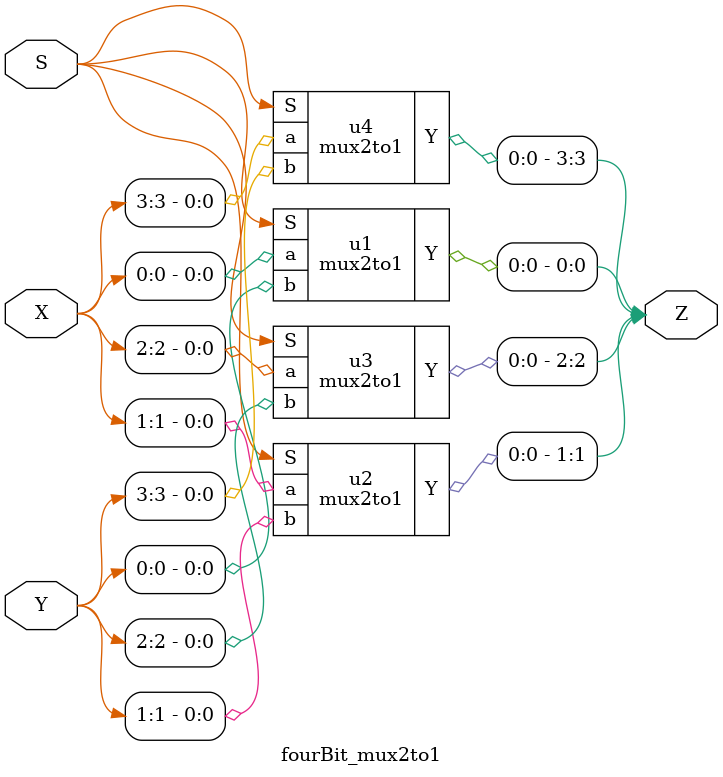
<source format=v>
`timescale 1ns / 1ps
`default_nettype none

module main	(
	input wire CLOCK_50,            //On Board 50 MHz
	input wire [9:0] SW,            // On board Switches
	input wire [3:0] KEY,           // On board push buttons
	output wire [6:0] HEX0,         // HEX displays
	output wire [6:0] HEX1,
	output wire [6:0] HEX2,
	output wire [6:0] HEX3,
	output wire [6:0] HEX4,
	output wire [6:0] HEX5,
	output wire [9:0] LEDR,         // LEDs
	output wire [7:0] x,            // VGA pixel coordinates
	output wire [6:0] y,
	output wire [2:0] colour,       // VGA pixel colour (0-7)
	output wire plot,               // Pixel drawn when this is pulsed
	output wire vga_resetn      	// VGA resets to black when this is pulsed (NOT CURRENTLY AVAILABLE)
);
	fourBit_mux2to1 u0(.X(SW[3:0]), .Y(SW[7:4]), .Z(LEDR[3:0]), .S(SW[9]));

endmodule

//Write code in here!

module mux2to1(a, b, Y, S);
	// Declaring inputs and outputs
	input a, b;
	input S;
	output Y;

	// assign Y = S?b:a;
	assign Y = (~S & a)|(S & b);

endmodule

module fourBit_mux2to1 (X, Y, S, Z);
	input[3:0] X, Y;
	input S;
	output[3:0] Z;

	mux2to1 u1(.a(X[0]), .b(Y[0]), .Y(Z[0]), .S(S));
	mux2to1 u2(.a(X[1]), .b(Y[1]), .Y(Z[1]), .S(S));
	mux2to1 u3(.a(X[2]), .b(Y[2]), .Y(Z[2]), .S(S));
	mux2to1 u4(.a(X[3]), .b(Y[3]), .Y(Z[3]), .S(S));

endmodule

</source>
